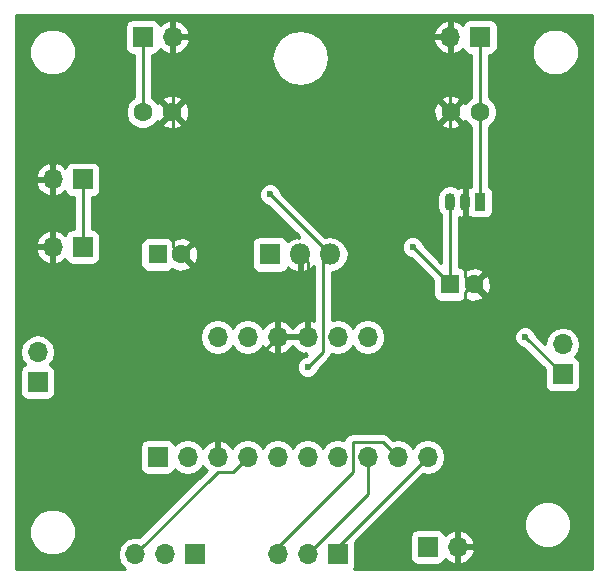
<source format=gbr>
G04 #@! TF.FileFunction,Copper,L1,Top,Signal*
%FSLAX46Y46*%
G04 Gerber Fmt 4.6, Leading zero omitted, Abs format (unit mm)*
G04 Created by KiCad (PCBNEW 4.0.7) date 03/21/18 08:00:39*
%MOMM*%
%LPD*%
G01*
G04 APERTURE LIST*
%ADD10C,0.100000*%
%ADD11O,1.700000X1.700000*%
%ADD12R,1.700000X1.700000*%
%ADD13R,1.600000X1.600000*%
%ADD14C,1.600000*%
%ADD15R,1.800000X1.800000*%
%ADD16O,1.800000X1.800000*%
%ADD17O,0.900000X1.500000*%
%ADD18R,0.900000X1.500000*%
%ADD19C,0.600000*%
%ADD20C,0.250000*%
%ADD21C,0.254000*%
G04 APERTURE END LIST*
D10*
D11*
X126365000Y-57150000D03*
X123825000Y-57150000D03*
X121285000Y-57150000D03*
X118745000Y-57150000D03*
X116205000Y-57150000D03*
X113665000Y-57150000D03*
D12*
X108585000Y-67310000D03*
D11*
X111125000Y-67310000D03*
X113665000Y-67310000D03*
X116205000Y-67310000D03*
X118745000Y-67310000D03*
X121285000Y-67310000D03*
X123825000Y-67310000D03*
X126365000Y-67310000D03*
X128905000Y-67310000D03*
X131445000Y-67310000D03*
D13*
X133350000Y-52705000D03*
D14*
X135350000Y-52705000D03*
D13*
X108585000Y-50165000D03*
D14*
X110585000Y-50165000D03*
X107315000Y-38100000D03*
X109815000Y-38100000D03*
X135890000Y-38100000D03*
X133390000Y-38100000D03*
D12*
X142875000Y-60325000D03*
D11*
X142875000Y-57785000D03*
D12*
X98425000Y-60960000D03*
D11*
X98425000Y-58420000D03*
D12*
X123825000Y-75565000D03*
D11*
X121285000Y-75565000D03*
X118745000Y-75565000D03*
D12*
X111760000Y-75565000D03*
D11*
X109220000Y-75565000D03*
X106680000Y-75565000D03*
D12*
X102235000Y-49530000D03*
D11*
X99695000Y-49530000D03*
D12*
X102235000Y-43815000D03*
D11*
X99695000Y-43815000D03*
D12*
X131445000Y-74930000D03*
D11*
X133985000Y-74930000D03*
D12*
X107315000Y-31750000D03*
D11*
X109855000Y-31750000D03*
D12*
X135890000Y-31750000D03*
D11*
X133350000Y-31750000D03*
D15*
X118110000Y-50165000D03*
D16*
X120650000Y-50165000D03*
X123190000Y-50165000D03*
D17*
X134620000Y-45720000D03*
X133350000Y-45720000D03*
D18*
X135890000Y-45720000D03*
D19*
X130175000Y-49530000D03*
X121285000Y-59690000D03*
X118110000Y-45085000D03*
X139700000Y-57150000D03*
D20*
X130175000Y-49530000D02*
X133350000Y-52705000D01*
X133350000Y-52705000D02*
X133350000Y-45720000D01*
X102235000Y-49530000D02*
X102235000Y-43815000D01*
X118745000Y-57150000D02*
X113665000Y-62230000D01*
X113665000Y-62230000D02*
X113665000Y-67310000D01*
X135350000Y-52705000D02*
X135255000Y-52705000D01*
X135255000Y-52705000D02*
X134620000Y-53340000D01*
X134620000Y-53340000D02*
X134620000Y-53975000D01*
X134620000Y-53975000D02*
X133985000Y-54610000D01*
X133985000Y-54610000D02*
X133985000Y-74930000D01*
X110585000Y-50165000D02*
X110490000Y-50165000D01*
X110490000Y-50165000D02*
X109855000Y-49530000D01*
X109855000Y-49530000D02*
X109855000Y-38100000D01*
X109855000Y-38100000D02*
X109815000Y-38100000D01*
X134620000Y-45720000D02*
X134620000Y-44450000D01*
X134620000Y-44450000D02*
X133350000Y-43180000D01*
X133350000Y-43180000D02*
X133350000Y-38100000D01*
X133350000Y-38100000D02*
X133390000Y-38100000D01*
X120650000Y-50165000D02*
X121285000Y-50800000D01*
X121285000Y-50800000D02*
X121285000Y-57150000D01*
X135350000Y-52705000D02*
X135255000Y-52705000D01*
X135255000Y-52705000D02*
X134620000Y-52070000D01*
X134620000Y-52070000D02*
X134620000Y-45720000D01*
X133390000Y-38100000D02*
X133350000Y-38100000D01*
X133350000Y-38100000D02*
X133350000Y-31750000D01*
X109815000Y-38100000D02*
X109855000Y-38100000D01*
X109855000Y-38100000D02*
X109855000Y-31750000D01*
X99695000Y-49530000D02*
X99695000Y-43815000D01*
X123190000Y-50165000D02*
X122555000Y-50800000D01*
X122555000Y-50800000D02*
X122555000Y-58420000D01*
X122555000Y-58420000D02*
X121285000Y-59690000D01*
X118110000Y-45085000D02*
X123190000Y-50165000D01*
X107315000Y-31750000D02*
X107315000Y-38100000D01*
X135890000Y-45720000D02*
X135890000Y-38100000D01*
X135890000Y-38100000D02*
X135890000Y-31750000D01*
X142875000Y-60325000D02*
X139700000Y-57150000D01*
X131445000Y-67310000D02*
X123825000Y-74930000D01*
X123825000Y-74930000D02*
X123825000Y-75565000D01*
X121285000Y-75565000D02*
X126365000Y-70485000D01*
X126365000Y-70485000D02*
X126365000Y-67310000D01*
X128905000Y-67310000D02*
X127635000Y-66040000D01*
X127635000Y-66040000D02*
X125095000Y-66040000D01*
X125095000Y-66040000D02*
X125095000Y-68580000D01*
X125095000Y-68580000D02*
X118745000Y-74930000D01*
X118745000Y-74930000D02*
X118745000Y-75565000D01*
X116205000Y-67310000D02*
X114935000Y-68580000D01*
X114935000Y-68580000D02*
X113665000Y-68580000D01*
X113665000Y-68580000D02*
X106680000Y-75565000D01*
D21*
G36*
X145340000Y-76760000D02*
X125207812Y-76760000D01*
X125271431Y-76666890D01*
X125322440Y-76415000D01*
X125322440Y-74715000D01*
X125289557Y-74540245D01*
X125749802Y-74080000D01*
X129947560Y-74080000D01*
X129947560Y-75780000D01*
X129991838Y-76015317D01*
X130130910Y-76231441D01*
X130343110Y-76376431D01*
X130595000Y-76427440D01*
X132295000Y-76427440D01*
X132530317Y-76383162D01*
X132746441Y-76244090D01*
X132891431Y-76031890D01*
X132913301Y-75923893D01*
X133218076Y-76201645D01*
X133628110Y-76371476D01*
X133858000Y-76250155D01*
X133858000Y-75057000D01*
X134112000Y-75057000D01*
X134112000Y-76250155D01*
X134341890Y-76371476D01*
X134751924Y-76201645D01*
X135180183Y-75811358D01*
X135426486Y-75286892D01*
X135305819Y-75057000D01*
X134112000Y-75057000D01*
X133858000Y-75057000D01*
X133838000Y-75057000D01*
X133838000Y-74803000D01*
X133858000Y-74803000D01*
X133858000Y-73609845D01*
X134112000Y-73609845D01*
X134112000Y-74803000D01*
X135305819Y-74803000D01*
X135426486Y-74573108D01*
X135180183Y-74048642D01*
X134751924Y-73658355D01*
X134341890Y-73488524D01*
X134112000Y-73609845D01*
X133858000Y-73609845D01*
X133628110Y-73488524D01*
X133218076Y-73658355D01*
X132915063Y-73934501D01*
X132898162Y-73844683D01*
X132759090Y-73628559D01*
X132546890Y-73483569D01*
X132295000Y-73432560D01*
X130595000Y-73432560D01*
X130359683Y-73476838D01*
X130143559Y-73615910D01*
X129998569Y-73828110D01*
X129947560Y-74080000D01*
X125749802Y-74080000D01*
X126411693Y-73418109D01*
X139619657Y-73418109D01*
X139921218Y-74147943D01*
X140479120Y-74706819D01*
X141208427Y-75009654D01*
X141998109Y-75010343D01*
X142727943Y-74708782D01*
X143286819Y-74150880D01*
X143589654Y-73421573D01*
X143590343Y-72631891D01*
X143288782Y-71902057D01*
X142730880Y-71343181D01*
X142001573Y-71040346D01*
X141211891Y-71039657D01*
X140482057Y-71341218D01*
X139923181Y-71899120D01*
X139620346Y-72628427D01*
X139619657Y-73418109D01*
X126411693Y-73418109D01*
X131078592Y-68751210D01*
X131445000Y-68824093D01*
X132013285Y-68711054D01*
X132495054Y-68389147D01*
X132816961Y-67907378D01*
X132930000Y-67339093D01*
X132930000Y-67280907D01*
X132816961Y-66712622D01*
X132495054Y-66230853D01*
X132013285Y-65908946D01*
X131445000Y-65795907D01*
X130876715Y-65908946D01*
X130394946Y-66230853D01*
X130175000Y-66560026D01*
X129955054Y-66230853D01*
X129473285Y-65908946D01*
X128905000Y-65795907D01*
X128538592Y-65868790D01*
X128172401Y-65502599D01*
X127925839Y-65337852D01*
X127635000Y-65280000D01*
X125095000Y-65280000D01*
X124804161Y-65337852D01*
X124557599Y-65502599D01*
X124392852Y-65749161D01*
X124362295Y-65902782D01*
X123825000Y-65795907D01*
X123256715Y-65908946D01*
X122774946Y-66230853D01*
X122555000Y-66560026D01*
X122335054Y-66230853D01*
X121853285Y-65908946D01*
X121285000Y-65795907D01*
X120716715Y-65908946D01*
X120234946Y-66230853D01*
X120015000Y-66560026D01*
X119795054Y-66230853D01*
X119313285Y-65908946D01*
X118745000Y-65795907D01*
X118176715Y-65908946D01*
X117694946Y-66230853D01*
X117475000Y-66560026D01*
X117255054Y-66230853D01*
X116773285Y-65908946D01*
X116205000Y-65795907D01*
X115636715Y-65908946D01*
X115154946Y-66230853D01*
X114927298Y-66571553D01*
X114860183Y-66428642D01*
X114431924Y-66038355D01*
X114021890Y-65868524D01*
X113792000Y-65989845D01*
X113792000Y-67183000D01*
X113812000Y-67183000D01*
X113812000Y-67437000D01*
X113792000Y-67437000D01*
X113792000Y-67457000D01*
X113538000Y-67457000D01*
X113538000Y-67437000D01*
X113518000Y-67437000D01*
X113518000Y-67183000D01*
X113538000Y-67183000D01*
X113538000Y-65989845D01*
X113308110Y-65868524D01*
X112898076Y-66038355D01*
X112469817Y-66428642D01*
X112402702Y-66571553D01*
X112175054Y-66230853D01*
X111693285Y-65908946D01*
X111125000Y-65795907D01*
X110556715Y-65908946D01*
X110074946Y-66230853D01*
X110047150Y-66272452D01*
X110038162Y-66224683D01*
X109899090Y-66008559D01*
X109686890Y-65863569D01*
X109435000Y-65812560D01*
X107735000Y-65812560D01*
X107499683Y-65856838D01*
X107283559Y-65995910D01*
X107138569Y-66208110D01*
X107087560Y-66460000D01*
X107087560Y-68160000D01*
X107131838Y-68395317D01*
X107270910Y-68611441D01*
X107483110Y-68756431D01*
X107735000Y-68807440D01*
X109435000Y-68807440D01*
X109670317Y-68763162D01*
X109886441Y-68624090D01*
X110031431Y-68411890D01*
X110045086Y-68344459D01*
X110074946Y-68389147D01*
X110556715Y-68711054D01*
X111125000Y-68824093D01*
X111693285Y-68711054D01*
X112175054Y-68389147D01*
X112402702Y-68048447D01*
X112469817Y-68191358D01*
X112736135Y-68434063D01*
X107046408Y-74123790D01*
X106680000Y-74050907D01*
X106111715Y-74163946D01*
X105629946Y-74485853D01*
X105308039Y-74967622D01*
X105195000Y-75535907D01*
X105195000Y-75594093D01*
X105308039Y-76162378D01*
X105629946Y-76644147D01*
X105803333Y-76760000D01*
X96595000Y-76760000D01*
X96595000Y-74053109D01*
X97709657Y-74053109D01*
X98011218Y-74782943D01*
X98569120Y-75341819D01*
X99298427Y-75644654D01*
X100088109Y-75645343D01*
X100817943Y-75343782D01*
X101376819Y-74785880D01*
X101679654Y-74056573D01*
X101680343Y-73266891D01*
X101378782Y-72537057D01*
X100820880Y-71978181D01*
X100091573Y-71675346D01*
X99301891Y-71674657D01*
X98572057Y-71976218D01*
X98013181Y-72534120D01*
X97710346Y-73263427D01*
X97709657Y-74053109D01*
X96595000Y-74053109D01*
X96595000Y-58420000D01*
X96910907Y-58420000D01*
X97023946Y-58988285D01*
X97345853Y-59470054D01*
X97387452Y-59497850D01*
X97339683Y-59506838D01*
X97123559Y-59645910D01*
X96978569Y-59858110D01*
X96927560Y-60110000D01*
X96927560Y-61810000D01*
X96971838Y-62045317D01*
X97110910Y-62261441D01*
X97323110Y-62406431D01*
X97575000Y-62457440D01*
X99275000Y-62457440D01*
X99510317Y-62413162D01*
X99726441Y-62274090D01*
X99871431Y-62061890D01*
X99922440Y-61810000D01*
X99922440Y-60110000D01*
X99878162Y-59874683D01*
X99739090Y-59658559D01*
X99526890Y-59513569D01*
X99459459Y-59499914D01*
X99504147Y-59470054D01*
X99826054Y-58988285D01*
X99939093Y-58420000D01*
X99826054Y-57851715D01*
X99504147Y-57369946D01*
X99131433Y-57120907D01*
X112180000Y-57120907D01*
X112180000Y-57179093D01*
X112293039Y-57747378D01*
X112614946Y-58229147D01*
X113096715Y-58551054D01*
X113665000Y-58664093D01*
X114233285Y-58551054D01*
X114715054Y-58229147D01*
X114935000Y-57899974D01*
X115154946Y-58229147D01*
X115636715Y-58551054D01*
X116205000Y-58664093D01*
X116773285Y-58551054D01*
X117255054Y-58229147D01*
X117482702Y-57888447D01*
X117549817Y-58031358D01*
X117978076Y-58421645D01*
X118388110Y-58591476D01*
X118618000Y-58470155D01*
X118618000Y-57277000D01*
X118598000Y-57277000D01*
X118598000Y-57023000D01*
X118618000Y-57023000D01*
X118618000Y-55829845D01*
X118872000Y-55829845D01*
X118872000Y-57023000D01*
X121158000Y-57023000D01*
X121158000Y-55829845D01*
X120928110Y-55708524D01*
X120518076Y-55878355D01*
X120089817Y-56268642D01*
X120015000Y-56427954D01*
X119940183Y-56268642D01*
X119511924Y-55878355D01*
X119101890Y-55708524D01*
X118872000Y-55829845D01*
X118618000Y-55829845D01*
X118388110Y-55708524D01*
X117978076Y-55878355D01*
X117549817Y-56268642D01*
X117482702Y-56411553D01*
X117255054Y-56070853D01*
X116773285Y-55748946D01*
X116205000Y-55635907D01*
X115636715Y-55748946D01*
X115154946Y-56070853D01*
X114935000Y-56400026D01*
X114715054Y-56070853D01*
X114233285Y-55748946D01*
X113665000Y-55635907D01*
X113096715Y-55748946D01*
X112614946Y-56070853D01*
X112293039Y-56552622D01*
X112180000Y-57120907D01*
X99131433Y-57120907D01*
X99022378Y-57048039D01*
X98454093Y-56935000D01*
X98395907Y-56935000D01*
X97827622Y-57048039D01*
X97345853Y-57369946D01*
X97023946Y-57851715D01*
X96910907Y-58420000D01*
X96595000Y-58420000D01*
X96595000Y-49886892D01*
X98253514Y-49886892D01*
X98499817Y-50411358D01*
X98928076Y-50801645D01*
X99338110Y-50971476D01*
X99568000Y-50850155D01*
X99568000Y-49657000D01*
X98374181Y-49657000D01*
X98253514Y-49886892D01*
X96595000Y-49886892D01*
X96595000Y-49173108D01*
X98253514Y-49173108D01*
X98374181Y-49403000D01*
X99568000Y-49403000D01*
X99568000Y-48209845D01*
X99338110Y-48088524D01*
X98928076Y-48258355D01*
X98499817Y-48648642D01*
X98253514Y-49173108D01*
X96595000Y-49173108D01*
X96595000Y-44171892D01*
X98253514Y-44171892D01*
X98499817Y-44696358D01*
X98928076Y-45086645D01*
X99338110Y-45256476D01*
X99568000Y-45135155D01*
X99568000Y-43942000D01*
X98374181Y-43942000D01*
X98253514Y-44171892D01*
X96595000Y-44171892D01*
X96595000Y-43458108D01*
X98253514Y-43458108D01*
X98374181Y-43688000D01*
X99568000Y-43688000D01*
X99568000Y-42494845D01*
X99822000Y-42494845D01*
X99822000Y-43688000D01*
X99842000Y-43688000D01*
X99842000Y-43942000D01*
X99822000Y-43942000D01*
X99822000Y-45135155D01*
X100051890Y-45256476D01*
X100461924Y-45086645D01*
X100764937Y-44810499D01*
X100781838Y-44900317D01*
X100920910Y-45116441D01*
X101133110Y-45261431D01*
X101385000Y-45312440D01*
X101475000Y-45312440D01*
X101475000Y-48032560D01*
X101385000Y-48032560D01*
X101149683Y-48076838D01*
X100933559Y-48215910D01*
X100788569Y-48428110D01*
X100766699Y-48536107D01*
X100461924Y-48258355D01*
X100051890Y-48088524D01*
X99822000Y-48209845D01*
X99822000Y-49403000D01*
X99842000Y-49403000D01*
X99842000Y-49657000D01*
X99822000Y-49657000D01*
X99822000Y-50850155D01*
X100051890Y-50971476D01*
X100461924Y-50801645D01*
X100764937Y-50525499D01*
X100781838Y-50615317D01*
X100920910Y-50831441D01*
X101133110Y-50976431D01*
X101385000Y-51027440D01*
X103085000Y-51027440D01*
X103320317Y-50983162D01*
X103536441Y-50844090D01*
X103681431Y-50631890D01*
X103732440Y-50380000D01*
X103732440Y-49365000D01*
X107137560Y-49365000D01*
X107137560Y-50965000D01*
X107181838Y-51200317D01*
X107320910Y-51416441D01*
X107533110Y-51561431D01*
X107785000Y-51612440D01*
X109385000Y-51612440D01*
X109620317Y-51568162D01*
X109836441Y-51429090D01*
X109840977Y-51422452D01*
X110368223Y-51611965D01*
X110938454Y-51584778D01*
X111339005Y-51418864D01*
X111413139Y-51172745D01*
X110585000Y-50344605D01*
X110570858Y-50358748D01*
X110391253Y-50179143D01*
X110405395Y-50165000D01*
X110764605Y-50165000D01*
X111592745Y-50993139D01*
X111838864Y-50919005D01*
X112031965Y-50381777D01*
X112004778Y-49811546D01*
X111838864Y-49410995D01*
X111592745Y-49336861D01*
X110764605Y-50165000D01*
X110405395Y-50165000D01*
X110391253Y-50150858D01*
X110570858Y-49971252D01*
X110585000Y-49985395D01*
X111305394Y-49265000D01*
X116562560Y-49265000D01*
X116562560Y-51065000D01*
X116606838Y-51300317D01*
X116745910Y-51516441D01*
X116958110Y-51661431D01*
X117210000Y-51712440D01*
X119010000Y-51712440D01*
X119245317Y-51668162D01*
X119461441Y-51529090D01*
X119606431Y-51316890D01*
X119616766Y-51265854D01*
X119742424Y-51402966D01*
X120285258Y-51656046D01*
X120523000Y-51535997D01*
X120523000Y-50292000D01*
X120503000Y-50292000D01*
X120503000Y-50038000D01*
X120523000Y-50038000D01*
X120523000Y-50018000D01*
X120777000Y-50018000D01*
X120777000Y-50038000D01*
X120797000Y-50038000D01*
X120797000Y-50292000D01*
X120777000Y-50292000D01*
X120777000Y-51535997D01*
X121014742Y-51656046D01*
X121557576Y-51402966D01*
X121795000Y-51143901D01*
X121795000Y-55771940D01*
X121641890Y-55708524D01*
X121412000Y-55829845D01*
X121412000Y-57023000D01*
X121432000Y-57023000D01*
X121432000Y-57277000D01*
X121412000Y-57277000D01*
X121412000Y-57297000D01*
X121158000Y-57297000D01*
X121158000Y-57277000D01*
X118872000Y-57277000D01*
X118872000Y-58470155D01*
X119101890Y-58591476D01*
X119511924Y-58421645D01*
X119940183Y-58031358D01*
X120015000Y-57872046D01*
X120089817Y-58031358D01*
X120518076Y-58421645D01*
X120928110Y-58591476D01*
X121157998Y-58470156D01*
X121157998Y-58635000D01*
X121265198Y-58635000D01*
X121145320Y-58754878D01*
X121099833Y-58754838D01*
X120756057Y-58896883D01*
X120492808Y-59159673D01*
X120350162Y-59503201D01*
X120349838Y-59875167D01*
X120491883Y-60218943D01*
X120754673Y-60482192D01*
X121098201Y-60624838D01*
X121470167Y-60625162D01*
X121813943Y-60483117D01*
X122077192Y-60220327D01*
X122219838Y-59876799D01*
X122219879Y-59829923D01*
X123092401Y-58957401D01*
X123257148Y-58710840D01*
X123287705Y-58557218D01*
X123825000Y-58664093D01*
X124393285Y-58551054D01*
X124875054Y-58229147D01*
X125095000Y-57899974D01*
X125314946Y-58229147D01*
X125796715Y-58551054D01*
X126365000Y-58664093D01*
X126933285Y-58551054D01*
X127415054Y-58229147D01*
X127736961Y-57747378D01*
X127818954Y-57335167D01*
X138764838Y-57335167D01*
X138906883Y-57678943D01*
X139169673Y-57942192D01*
X139513201Y-58084838D01*
X139560077Y-58084879D01*
X141377560Y-59902362D01*
X141377560Y-61175000D01*
X141421838Y-61410317D01*
X141560910Y-61626441D01*
X141773110Y-61771431D01*
X142025000Y-61822440D01*
X143725000Y-61822440D01*
X143960317Y-61778162D01*
X144176441Y-61639090D01*
X144321431Y-61426890D01*
X144372440Y-61175000D01*
X144372440Y-59475000D01*
X144328162Y-59239683D01*
X144189090Y-59023559D01*
X143976890Y-58878569D01*
X143909459Y-58864914D01*
X143954147Y-58835054D01*
X144276054Y-58353285D01*
X144389093Y-57785000D01*
X144276054Y-57216715D01*
X143954147Y-56734946D01*
X143472378Y-56413039D01*
X142904093Y-56300000D01*
X142845907Y-56300000D01*
X142277622Y-56413039D01*
X141795853Y-56734946D01*
X141473946Y-57216715D01*
X141369019Y-57744217D01*
X140635122Y-57010320D01*
X140635162Y-56964833D01*
X140493117Y-56621057D01*
X140230327Y-56357808D01*
X139886799Y-56215162D01*
X139514833Y-56214838D01*
X139171057Y-56356883D01*
X138907808Y-56619673D01*
X138765162Y-56963201D01*
X138764838Y-57335167D01*
X127818954Y-57335167D01*
X127850000Y-57179093D01*
X127850000Y-57120907D01*
X127736961Y-56552622D01*
X127415054Y-56070853D01*
X126933285Y-55748946D01*
X126365000Y-55635907D01*
X125796715Y-55748946D01*
X125314946Y-56070853D01*
X125095000Y-56400026D01*
X124875054Y-56070853D01*
X124393285Y-55748946D01*
X123825000Y-55635907D01*
X123315000Y-55737352D01*
X123315000Y-51681118D01*
X123807491Y-51583155D01*
X124305481Y-51250409D01*
X124638227Y-50752419D01*
X124755072Y-50165000D01*
X124665595Y-49715167D01*
X129239838Y-49715167D01*
X129381883Y-50058943D01*
X129644673Y-50322192D01*
X129988201Y-50464838D01*
X130035077Y-50464879D01*
X131902560Y-52332362D01*
X131902560Y-53505000D01*
X131946838Y-53740317D01*
X132085910Y-53956441D01*
X132298110Y-54101431D01*
X132550000Y-54152440D01*
X134150000Y-54152440D01*
X134385317Y-54108162D01*
X134601441Y-53969090D01*
X134605977Y-53962452D01*
X135133223Y-54151965D01*
X135703454Y-54124778D01*
X136104005Y-53958864D01*
X136178139Y-53712745D01*
X135350000Y-52884605D01*
X135335858Y-52898748D01*
X135156253Y-52719143D01*
X135170395Y-52705000D01*
X135529605Y-52705000D01*
X136357745Y-53533139D01*
X136603864Y-53459005D01*
X136796965Y-52921777D01*
X136769778Y-52351546D01*
X136603864Y-51950995D01*
X136357745Y-51876861D01*
X135529605Y-52705000D01*
X135170395Y-52705000D01*
X135156253Y-52690858D01*
X135335858Y-52511252D01*
X135350000Y-52525395D01*
X136178139Y-51697255D01*
X136104005Y-51451136D01*
X135566777Y-51258035D01*
X134996546Y-51285222D01*
X134605053Y-51447384D01*
X134401890Y-51308569D01*
X134150000Y-51257560D01*
X134110000Y-51257560D01*
X134110000Y-46958836D01*
X134325999Y-47064408D01*
X134493000Y-46937502D01*
X134493000Y-45847000D01*
X134473000Y-45847000D01*
X134473000Y-45593000D01*
X134493000Y-45593000D01*
X134493000Y-44502498D01*
X134325999Y-44375592D01*
X133989274Y-44540170D01*
X133765212Y-44390457D01*
X133350000Y-44307866D01*
X132934788Y-44390457D01*
X132582789Y-44625655D01*
X132347591Y-44977654D01*
X132265000Y-45392866D01*
X132265000Y-46047134D01*
X132347591Y-46462346D01*
X132582789Y-46814345D01*
X132590000Y-46819163D01*
X132590000Y-50870198D01*
X131110122Y-49390320D01*
X131110162Y-49344833D01*
X130968117Y-49001057D01*
X130705327Y-48737808D01*
X130361799Y-48595162D01*
X129989833Y-48594838D01*
X129646057Y-48736883D01*
X129382808Y-48999673D01*
X129240162Y-49343201D01*
X129239838Y-49715167D01*
X124665595Y-49715167D01*
X124638227Y-49577581D01*
X124305481Y-49079591D01*
X123807491Y-48746845D01*
X123220072Y-48630000D01*
X123159928Y-48630000D01*
X122801165Y-48701363D01*
X119045122Y-44945320D01*
X119045162Y-44899833D01*
X118903117Y-44556057D01*
X118640327Y-44292808D01*
X118296799Y-44150162D01*
X117924833Y-44149838D01*
X117581057Y-44291883D01*
X117317808Y-44554673D01*
X117175162Y-44898201D01*
X117174838Y-45270167D01*
X117316883Y-45613943D01*
X117579673Y-45877192D01*
X117923201Y-46019838D01*
X117970077Y-46019879D01*
X120580198Y-48630000D01*
X120522998Y-48630000D01*
X120522998Y-48794002D01*
X120285258Y-48673954D01*
X119742424Y-48927034D01*
X119619156Y-49061538D01*
X119613162Y-49029683D01*
X119474090Y-48813559D01*
X119261890Y-48668569D01*
X119010000Y-48617560D01*
X117210000Y-48617560D01*
X116974683Y-48661838D01*
X116758559Y-48800910D01*
X116613569Y-49013110D01*
X116562560Y-49265000D01*
X111305394Y-49265000D01*
X111413139Y-49157255D01*
X111339005Y-48911136D01*
X110801777Y-48718035D01*
X110231546Y-48745222D01*
X109840053Y-48907384D01*
X109636890Y-48768569D01*
X109385000Y-48717560D01*
X107785000Y-48717560D01*
X107549683Y-48761838D01*
X107333559Y-48900910D01*
X107188569Y-49113110D01*
X107137560Y-49365000D01*
X103732440Y-49365000D01*
X103732440Y-48680000D01*
X103688162Y-48444683D01*
X103549090Y-48228559D01*
X103336890Y-48083569D01*
X103085000Y-48032560D01*
X102995000Y-48032560D01*
X102995000Y-45312440D01*
X103085000Y-45312440D01*
X103320317Y-45268162D01*
X103536441Y-45129090D01*
X103681431Y-44916890D01*
X103732440Y-44665000D01*
X103732440Y-42965000D01*
X103688162Y-42729683D01*
X103549090Y-42513559D01*
X103336890Y-42368569D01*
X103085000Y-42317560D01*
X101385000Y-42317560D01*
X101149683Y-42361838D01*
X100933559Y-42500910D01*
X100788569Y-42713110D01*
X100766699Y-42821107D01*
X100461924Y-42543355D01*
X100051890Y-42373524D01*
X99822000Y-42494845D01*
X99568000Y-42494845D01*
X99338110Y-42373524D01*
X98928076Y-42543355D01*
X98499817Y-42933642D01*
X98253514Y-43458108D01*
X96595000Y-43458108D01*
X96595000Y-33413109D01*
X97709657Y-33413109D01*
X98011218Y-34142943D01*
X98569120Y-34701819D01*
X99298427Y-35004654D01*
X100088109Y-35005343D01*
X100817943Y-34703782D01*
X101376819Y-34145880D01*
X101679654Y-33416573D01*
X101680343Y-32626891D01*
X101378782Y-31897057D01*
X100820880Y-31338181D01*
X100091573Y-31035346D01*
X99301891Y-31034657D01*
X98572057Y-31336218D01*
X98013181Y-31894120D01*
X97710346Y-32623427D01*
X97709657Y-33413109D01*
X96595000Y-33413109D01*
X96595000Y-30900000D01*
X105817560Y-30900000D01*
X105817560Y-32600000D01*
X105861838Y-32835317D01*
X106000910Y-33051441D01*
X106213110Y-33196431D01*
X106465000Y-33247440D01*
X106555000Y-33247440D01*
X106555000Y-36861354D01*
X106503200Y-36882757D01*
X106099176Y-37286077D01*
X105880250Y-37813309D01*
X105879752Y-38384187D01*
X106097757Y-38911800D01*
X106501077Y-39315824D01*
X107028309Y-39534750D01*
X107599187Y-39535248D01*
X108126800Y-39317243D01*
X108336663Y-39107745D01*
X108986861Y-39107745D01*
X109060995Y-39353864D01*
X109598223Y-39546965D01*
X110168454Y-39519778D01*
X110569005Y-39353864D01*
X110643139Y-39107745D01*
X132561861Y-39107745D01*
X132635995Y-39353864D01*
X133173223Y-39546965D01*
X133743454Y-39519778D01*
X134144005Y-39353864D01*
X134218139Y-39107745D01*
X133390000Y-38279605D01*
X132561861Y-39107745D01*
X110643139Y-39107745D01*
X109815000Y-38279605D01*
X108986861Y-39107745D01*
X108336663Y-39107745D01*
X108530824Y-38913923D01*
X108558423Y-38847456D01*
X108561136Y-38854005D01*
X108807255Y-38928139D01*
X109635395Y-38100000D01*
X109994605Y-38100000D01*
X110822745Y-38928139D01*
X111068864Y-38854005D01*
X111261965Y-38316777D01*
X111241295Y-37883223D01*
X131943035Y-37883223D01*
X131970222Y-38453454D01*
X132136136Y-38854005D01*
X132382255Y-38928139D01*
X133210395Y-38100000D01*
X132382255Y-37271861D01*
X132136136Y-37345995D01*
X131943035Y-37883223D01*
X111241295Y-37883223D01*
X111234778Y-37746546D01*
X111068864Y-37345995D01*
X110822745Y-37271861D01*
X109994605Y-38100000D01*
X109635395Y-38100000D01*
X108807255Y-37271861D01*
X108561136Y-37345995D01*
X108558804Y-37352483D01*
X108532243Y-37288200D01*
X108336640Y-37092255D01*
X108986861Y-37092255D01*
X109815000Y-37920395D01*
X110643139Y-37092255D01*
X132561861Y-37092255D01*
X133390000Y-37920395D01*
X134218139Y-37092255D01*
X134144005Y-36846136D01*
X133606777Y-36653035D01*
X133036546Y-36680222D01*
X132635995Y-36846136D01*
X132561861Y-37092255D01*
X110643139Y-37092255D01*
X110569005Y-36846136D01*
X110031777Y-36653035D01*
X109461546Y-36680222D01*
X109060995Y-36846136D01*
X108986861Y-37092255D01*
X108336640Y-37092255D01*
X108128923Y-36884176D01*
X108075000Y-36861785D01*
X108075000Y-33505000D01*
X118218275Y-33505000D01*
X118399822Y-34417700D01*
X118916825Y-35191450D01*
X119690575Y-35708453D01*
X120603275Y-35890000D01*
X120696725Y-35890000D01*
X121609425Y-35708453D01*
X122383175Y-35191450D01*
X122900178Y-34417700D01*
X123081725Y-33505000D01*
X122900178Y-32592300D01*
X122575839Y-32106892D01*
X131908514Y-32106892D01*
X132154817Y-32631358D01*
X132583076Y-33021645D01*
X132993110Y-33191476D01*
X133223000Y-33070155D01*
X133223000Y-31877000D01*
X132029181Y-31877000D01*
X131908514Y-32106892D01*
X122575839Y-32106892D01*
X122383175Y-31818550D01*
X121746456Y-31393108D01*
X131908514Y-31393108D01*
X132029181Y-31623000D01*
X133223000Y-31623000D01*
X133223000Y-30429845D01*
X133477000Y-30429845D01*
X133477000Y-31623000D01*
X133497000Y-31623000D01*
X133497000Y-31877000D01*
X133477000Y-31877000D01*
X133477000Y-33070155D01*
X133706890Y-33191476D01*
X134116924Y-33021645D01*
X134419937Y-32745499D01*
X134436838Y-32835317D01*
X134575910Y-33051441D01*
X134788110Y-33196431D01*
X135040000Y-33247440D01*
X135130000Y-33247440D01*
X135130000Y-36861354D01*
X135078200Y-36882757D01*
X134674176Y-37286077D01*
X134646577Y-37352544D01*
X134643864Y-37345995D01*
X134397745Y-37271861D01*
X133569605Y-38100000D01*
X134397745Y-38928139D01*
X134643864Y-38854005D01*
X134646196Y-38847517D01*
X134672757Y-38911800D01*
X135076077Y-39315824D01*
X135130000Y-39338215D01*
X135130000Y-44414895D01*
X135071471Y-44452558D01*
X134914001Y-44375592D01*
X134747000Y-44502498D01*
X134747000Y-45593000D01*
X134767000Y-45593000D01*
X134767000Y-45847000D01*
X134747000Y-45847000D01*
X134747000Y-46937502D01*
X134914001Y-47064408D01*
X135072075Y-46987147D01*
X135188110Y-47066431D01*
X135440000Y-47117440D01*
X136340000Y-47117440D01*
X136575317Y-47073162D01*
X136791441Y-46934090D01*
X136936431Y-46721890D01*
X136987440Y-46470000D01*
X136987440Y-44970000D01*
X136943162Y-44734683D01*
X136804090Y-44518559D01*
X136650000Y-44413274D01*
X136650000Y-39338646D01*
X136701800Y-39317243D01*
X137105824Y-38913923D01*
X137324750Y-38386691D01*
X137325248Y-37815813D01*
X137107243Y-37288200D01*
X136703923Y-36884176D01*
X136650000Y-36861785D01*
X136650000Y-33413109D01*
X140254657Y-33413109D01*
X140556218Y-34142943D01*
X141114120Y-34701819D01*
X141843427Y-35004654D01*
X142633109Y-35005343D01*
X143362943Y-34703782D01*
X143921819Y-34145880D01*
X144224654Y-33416573D01*
X144225343Y-32626891D01*
X143923782Y-31897057D01*
X143365880Y-31338181D01*
X142636573Y-31035346D01*
X141846891Y-31034657D01*
X141117057Y-31336218D01*
X140558181Y-31894120D01*
X140255346Y-32623427D01*
X140254657Y-33413109D01*
X136650000Y-33413109D01*
X136650000Y-33247440D01*
X136740000Y-33247440D01*
X136975317Y-33203162D01*
X137191441Y-33064090D01*
X137336431Y-32851890D01*
X137387440Y-32600000D01*
X137387440Y-30900000D01*
X137343162Y-30664683D01*
X137204090Y-30448559D01*
X136991890Y-30303569D01*
X136740000Y-30252560D01*
X135040000Y-30252560D01*
X134804683Y-30296838D01*
X134588559Y-30435910D01*
X134443569Y-30648110D01*
X134421699Y-30756107D01*
X134116924Y-30478355D01*
X133706890Y-30308524D01*
X133477000Y-30429845D01*
X133223000Y-30429845D01*
X132993110Y-30308524D01*
X132583076Y-30478355D01*
X132154817Y-30868642D01*
X131908514Y-31393108D01*
X121746456Y-31393108D01*
X121609425Y-31301547D01*
X120696725Y-31120000D01*
X120603275Y-31120000D01*
X119690575Y-31301547D01*
X118916825Y-31818550D01*
X118399822Y-32592300D01*
X118218275Y-33505000D01*
X108075000Y-33505000D01*
X108075000Y-33247440D01*
X108165000Y-33247440D01*
X108400317Y-33203162D01*
X108616441Y-33064090D01*
X108761431Y-32851890D01*
X108783301Y-32743893D01*
X109088076Y-33021645D01*
X109498110Y-33191476D01*
X109728000Y-33070155D01*
X109728000Y-31877000D01*
X109982000Y-31877000D01*
X109982000Y-33070155D01*
X110211890Y-33191476D01*
X110621924Y-33021645D01*
X111050183Y-32631358D01*
X111296486Y-32106892D01*
X111175819Y-31877000D01*
X109982000Y-31877000D01*
X109728000Y-31877000D01*
X109708000Y-31877000D01*
X109708000Y-31623000D01*
X109728000Y-31623000D01*
X109728000Y-30429845D01*
X109982000Y-30429845D01*
X109982000Y-31623000D01*
X111175819Y-31623000D01*
X111296486Y-31393108D01*
X111050183Y-30868642D01*
X110621924Y-30478355D01*
X110211890Y-30308524D01*
X109982000Y-30429845D01*
X109728000Y-30429845D01*
X109498110Y-30308524D01*
X109088076Y-30478355D01*
X108785063Y-30754501D01*
X108768162Y-30664683D01*
X108629090Y-30448559D01*
X108416890Y-30303569D01*
X108165000Y-30252560D01*
X106465000Y-30252560D01*
X106229683Y-30296838D01*
X106013559Y-30435910D01*
X105868569Y-30648110D01*
X105817560Y-30900000D01*
X96595000Y-30900000D01*
X96595000Y-29920000D01*
X145340000Y-29920000D01*
X145340000Y-76760000D01*
X145340000Y-76760000D01*
G37*
X145340000Y-76760000D02*
X125207812Y-76760000D01*
X125271431Y-76666890D01*
X125322440Y-76415000D01*
X125322440Y-74715000D01*
X125289557Y-74540245D01*
X125749802Y-74080000D01*
X129947560Y-74080000D01*
X129947560Y-75780000D01*
X129991838Y-76015317D01*
X130130910Y-76231441D01*
X130343110Y-76376431D01*
X130595000Y-76427440D01*
X132295000Y-76427440D01*
X132530317Y-76383162D01*
X132746441Y-76244090D01*
X132891431Y-76031890D01*
X132913301Y-75923893D01*
X133218076Y-76201645D01*
X133628110Y-76371476D01*
X133858000Y-76250155D01*
X133858000Y-75057000D01*
X134112000Y-75057000D01*
X134112000Y-76250155D01*
X134341890Y-76371476D01*
X134751924Y-76201645D01*
X135180183Y-75811358D01*
X135426486Y-75286892D01*
X135305819Y-75057000D01*
X134112000Y-75057000D01*
X133858000Y-75057000D01*
X133838000Y-75057000D01*
X133838000Y-74803000D01*
X133858000Y-74803000D01*
X133858000Y-73609845D01*
X134112000Y-73609845D01*
X134112000Y-74803000D01*
X135305819Y-74803000D01*
X135426486Y-74573108D01*
X135180183Y-74048642D01*
X134751924Y-73658355D01*
X134341890Y-73488524D01*
X134112000Y-73609845D01*
X133858000Y-73609845D01*
X133628110Y-73488524D01*
X133218076Y-73658355D01*
X132915063Y-73934501D01*
X132898162Y-73844683D01*
X132759090Y-73628559D01*
X132546890Y-73483569D01*
X132295000Y-73432560D01*
X130595000Y-73432560D01*
X130359683Y-73476838D01*
X130143559Y-73615910D01*
X129998569Y-73828110D01*
X129947560Y-74080000D01*
X125749802Y-74080000D01*
X126411693Y-73418109D01*
X139619657Y-73418109D01*
X139921218Y-74147943D01*
X140479120Y-74706819D01*
X141208427Y-75009654D01*
X141998109Y-75010343D01*
X142727943Y-74708782D01*
X143286819Y-74150880D01*
X143589654Y-73421573D01*
X143590343Y-72631891D01*
X143288782Y-71902057D01*
X142730880Y-71343181D01*
X142001573Y-71040346D01*
X141211891Y-71039657D01*
X140482057Y-71341218D01*
X139923181Y-71899120D01*
X139620346Y-72628427D01*
X139619657Y-73418109D01*
X126411693Y-73418109D01*
X131078592Y-68751210D01*
X131445000Y-68824093D01*
X132013285Y-68711054D01*
X132495054Y-68389147D01*
X132816961Y-67907378D01*
X132930000Y-67339093D01*
X132930000Y-67280907D01*
X132816961Y-66712622D01*
X132495054Y-66230853D01*
X132013285Y-65908946D01*
X131445000Y-65795907D01*
X130876715Y-65908946D01*
X130394946Y-66230853D01*
X130175000Y-66560026D01*
X129955054Y-66230853D01*
X129473285Y-65908946D01*
X128905000Y-65795907D01*
X128538592Y-65868790D01*
X128172401Y-65502599D01*
X127925839Y-65337852D01*
X127635000Y-65280000D01*
X125095000Y-65280000D01*
X124804161Y-65337852D01*
X124557599Y-65502599D01*
X124392852Y-65749161D01*
X124362295Y-65902782D01*
X123825000Y-65795907D01*
X123256715Y-65908946D01*
X122774946Y-66230853D01*
X122555000Y-66560026D01*
X122335054Y-66230853D01*
X121853285Y-65908946D01*
X121285000Y-65795907D01*
X120716715Y-65908946D01*
X120234946Y-66230853D01*
X120015000Y-66560026D01*
X119795054Y-66230853D01*
X119313285Y-65908946D01*
X118745000Y-65795907D01*
X118176715Y-65908946D01*
X117694946Y-66230853D01*
X117475000Y-66560026D01*
X117255054Y-66230853D01*
X116773285Y-65908946D01*
X116205000Y-65795907D01*
X115636715Y-65908946D01*
X115154946Y-66230853D01*
X114927298Y-66571553D01*
X114860183Y-66428642D01*
X114431924Y-66038355D01*
X114021890Y-65868524D01*
X113792000Y-65989845D01*
X113792000Y-67183000D01*
X113812000Y-67183000D01*
X113812000Y-67437000D01*
X113792000Y-67437000D01*
X113792000Y-67457000D01*
X113538000Y-67457000D01*
X113538000Y-67437000D01*
X113518000Y-67437000D01*
X113518000Y-67183000D01*
X113538000Y-67183000D01*
X113538000Y-65989845D01*
X113308110Y-65868524D01*
X112898076Y-66038355D01*
X112469817Y-66428642D01*
X112402702Y-66571553D01*
X112175054Y-66230853D01*
X111693285Y-65908946D01*
X111125000Y-65795907D01*
X110556715Y-65908946D01*
X110074946Y-66230853D01*
X110047150Y-66272452D01*
X110038162Y-66224683D01*
X109899090Y-66008559D01*
X109686890Y-65863569D01*
X109435000Y-65812560D01*
X107735000Y-65812560D01*
X107499683Y-65856838D01*
X107283559Y-65995910D01*
X107138569Y-66208110D01*
X107087560Y-66460000D01*
X107087560Y-68160000D01*
X107131838Y-68395317D01*
X107270910Y-68611441D01*
X107483110Y-68756431D01*
X107735000Y-68807440D01*
X109435000Y-68807440D01*
X109670317Y-68763162D01*
X109886441Y-68624090D01*
X110031431Y-68411890D01*
X110045086Y-68344459D01*
X110074946Y-68389147D01*
X110556715Y-68711054D01*
X111125000Y-68824093D01*
X111693285Y-68711054D01*
X112175054Y-68389147D01*
X112402702Y-68048447D01*
X112469817Y-68191358D01*
X112736135Y-68434063D01*
X107046408Y-74123790D01*
X106680000Y-74050907D01*
X106111715Y-74163946D01*
X105629946Y-74485853D01*
X105308039Y-74967622D01*
X105195000Y-75535907D01*
X105195000Y-75594093D01*
X105308039Y-76162378D01*
X105629946Y-76644147D01*
X105803333Y-76760000D01*
X96595000Y-76760000D01*
X96595000Y-74053109D01*
X97709657Y-74053109D01*
X98011218Y-74782943D01*
X98569120Y-75341819D01*
X99298427Y-75644654D01*
X100088109Y-75645343D01*
X100817943Y-75343782D01*
X101376819Y-74785880D01*
X101679654Y-74056573D01*
X101680343Y-73266891D01*
X101378782Y-72537057D01*
X100820880Y-71978181D01*
X100091573Y-71675346D01*
X99301891Y-71674657D01*
X98572057Y-71976218D01*
X98013181Y-72534120D01*
X97710346Y-73263427D01*
X97709657Y-74053109D01*
X96595000Y-74053109D01*
X96595000Y-58420000D01*
X96910907Y-58420000D01*
X97023946Y-58988285D01*
X97345853Y-59470054D01*
X97387452Y-59497850D01*
X97339683Y-59506838D01*
X97123559Y-59645910D01*
X96978569Y-59858110D01*
X96927560Y-60110000D01*
X96927560Y-61810000D01*
X96971838Y-62045317D01*
X97110910Y-62261441D01*
X97323110Y-62406431D01*
X97575000Y-62457440D01*
X99275000Y-62457440D01*
X99510317Y-62413162D01*
X99726441Y-62274090D01*
X99871431Y-62061890D01*
X99922440Y-61810000D01*
X99922440Y-60110000D01*
X99878162Y-59874683D01*
X99739090Y-59658559D01*
X99526890Y-59513569D01*
X99459459Y-59499914D01*
X99504147Y-59470054D01*
X99826054Y-58988285D01*
X99939093Y-58420000D01*
X99826054Y-57851715D01*
X99504147Y-57369946D01*
X99131433Y-57120907D01*
X112180000Y-57120907D01*
X112180000Y-57179093D01*
X112293039Y-57747378D01*
X112614946Y-58229147D01*
X113096715Y-58551054D01*
X113665000Y-58664093D01*
X114233285Y-58551054D01*
X114715054Y-58229147D01*
X114935000Y-57899974D01*
X115154946Y-58229147D01*
X115636715Y-58551054D01*
X116205000Y-58664093D01*
X116773285Y-58551054D01*
X117255054Y-58229147D01*
X117482702Y-57888447D01*
X117549817Y-58031358D01*
X117978076Y-58421645D01*
X118388110Y-58591476D01*
X118618000Y-58470155D01*
X118618000Y-57277000D01*
X118598000Y-57277000D01*
X118598000Y-57023000D01*
X118618000Y-57023000D01*
X118618000Y-55829845D01*
X118872000Y-55829845D01*
X118872000Y-57023000D01*
X121158000Y-57023000D01*
X121158000Y-55829845D01*
X120928110Y-55708524D01*
X120518076Y-55878355D01*
X120089817Y-56268642D01*
X120015000Y-56427954D01*
X119940183Y-56268642D01*
X119511924Y-55878355D01*
X119101890Y-55708524D01*
X118872000Y-55829845D01*
X118618000Y-55829845D01*
X118388110Y-55708524D01*
X117978076Y-55878355D01*
X117549817Y-56268642D01*
X117482702Y-56411553D01*
X117255054Y-56070853D01*
X116773285Y-55748946D01*
X116205000Y-55635907D01*
X115636715Y-55748946D01*
X115154946Y-56070853D01*
X114935000Y-56400026D01*
X114715054Y-56070853D01*
X114233285Y-55748946D01*
X113665000Y-55635907D01*
X113096715Y-55748946D01*
X112614946Y-56070853D01*
X112293039Y-56552622D01*
X112180000Y-57120907D01*
X99131433Y-57120907D01*
X99022378Y-57048039D01*
X98454093Y-56935000D01*
X98395907Y-56935000D01*
X97827622Y-57048039D01*
X97345853Y-57369946D01*
X97023946Y-57851715D01*
X96910907Y-58420000D01*
X96595000Y-58420000D01*
X96595000Y-49886892D01*
X98253514Y-49886892D01*
X98499817Y-50411358D01*
X98928076Y-50801645D01*
X99338110Y-50971476D01*
X99568000Y-50850155D01*
X99568000Y-49657000D01*
X98374181Y-49657000D01*
X98253514Y-49886892D01*
X96595000Y-49886892D01*
X96595000Y-49173108D01*
X98253514Y-49173108D01*
X98374181Y-49403000D01*
X99568000Y-49403000D01*
X99568000Y-48209845D01*
X99338110Y-48088524D01*
X98928076Y-48258355D01*
X98499817Y-48648642D01*
X98253514Y-49173108D01*
X96595000Y-49173108D01*
X96595000Y-44171892D01*
X98253514Y-44171892D01*
X98499817Y-44696358D01*
X98928076Y-45086645D01*
X99338110Y-45256476D01*
X99568000Y-45135155D01*
X99568000Y-43942000D01*
X98374181Y-43942000D01*
X98253514Y-44171892D01*
X96595000Y-44171892D01*
X96595000Y-43458108D01*
X98253514Y-43458108D01*
X98374181Y-43688000D01*
X99568000Y-43688000D01*
X99568000Y-42494845D01*
X99822000Y-42494845D01*
X99822000Y-43688000D01*
X99842000Y-43688000D01*
X99842000Y-43942000D01*
X99822000Y-43942000D01*
X99822000Y-45135155D01*
X100051890Y-45256476D01*
X100461924Y-45086645D01*
X100764937Y-44810499D01*
X100781838Y-44900317D01*
X100920910Y-45116441D01*
X101133110Y-45261431D01*
X101385000Y-45312440D01*
X101475000Y-45312440D01*
X101475000Y-48032560D01*
X101385000Y-48032560D01*
X101149683Y-48076838D01*
X100933559Y-48215910D01*
X100788569Y-48428110D01*
X100766699Y-48536107D01*
X100461924Y-48258355D01*
X100051890Y-48088524D01*
X99822000Y-48209845D01*
X99822000Y-49403000D01*
X99842000Y-49403000D01*
X99842000Y-49657000D01*
X99822000Y-49657000D01*
X99822000Y-50850155D01*
X100051890Y-50971476D01*
X100461924Y-50801645D01*
X100764937Y-50525499D01*
X100781838Y-50615317D01*
X100920910Y-50831441D01*
X101133110Y-50976431D01*
X101385000Y-51027440D01*
X103085000Y-51027440D01*
X103320317Y-50983162D01*
X103536441Y-50844090D01*
X103681431Y-50631890D01*
X103732440Y-50380000D01*
X103732440Y-49365000D01*
X107137560Y-49365000D01*
X107137560Y-50965000D01*
X107181838Y-51200317D01*
X107320910Y-51416441D01*
X107533110Y-51561431D01*
X107785000Y-51612440D01*
X109385000Y-51612440D01*
X109620317Y-51568162D01*
X109836441Y-51429090D01*
X109840977Y-51422452D01*
X110368223Y-51611965D01*
X110938454Y-51584778D01*
X111339005Y-51418864D01*
X111413139Y-51172745D01*
X110585000Y-50344605D01*
X110570858Y-50358748D01*
X110391253Y-50179143D01*
X110405395Y-50165000D01*
X110764605Y-50165000D01*
X111592745Y-50993139D01*
X111838864Y-50919005D01*
X112031965Y-50381777D01*
X112004778Y-49811546D01*
X111838864Y-49410995D01*
X111592745Y-49336861D01*
X110764605Y-50165000D01*
X110405395Y-50165000D01*
X110391253Y-50150858D01*
X110570858Y-49971252D01*
X110585000Y-49985395D01*
X111305394Y-49265000D01*
X116562560Y-49265000D01*
X116562560Y-51065000D01*
X116606838Y-51300317D01*
X116745910Y-51516441D01*
X116958110Y-51661431D01*
X117210000Y-51712440D01*
X119010000Y-51712440D01*
X119245317Y-51668162D01*
X119461441Y-51529090D01*
X119606431Y-51316890D01*
X119616766Y-51265854D01*
X119742424Y-51402966D01*
X120285258Y-51656046D01*
X120523000Y-51535997D01*
X120523000Y-50292000D01*
X120503000Y-50292000D01*
X120503000Y-50038000D01*
X120523000Y-50038000D01*
X120523000Y-50018000D01*
X120777000Y-50018000D01*
X120777000Y-50038000D01*
X120797000Y-50038000D01*
X120797000Y-50292000D01*
X120777000Y-50292000D01*
X120777000Y-51535997D01*
X121014742Y-51656046D01*
X121557576Y-51402966D01*
X121795000Y-51143901D01*
X121795000Y-55771940D01*
X121641890Y-55708524D01*
X121412000Y-55829845D01*
X121412000Y-57023000D01*
X121432000Y-57023000D01*
X121432000Y-57277000D01*
X121412000Y-57277000D01*
X121412000Y-57297000D01*
X121158000Y-57297000D01*
X121158000Y-57277000D01*
X118872000Y-57277000D01*
X118872000Y-58470155D01*
X119101890Y-58591476D01*
X119511924Y-58421645D01*
X119940183Y-58031358D01*
X120015000Y-57872046D01*
X120089817Y-58031358D01*
X120518076Y-58421645D01*
X120928110Y-58591476D01*
X121157998Y-58470156D01*
X121157998Y-58635000D01*
X121265198Y-58635000D01*
X121145320Y-58754878D01*
X121099833Y-58754838D01*
X120756057Y-58896883D01*
X120492808Y-59159673D01*
X120350162Y-59503201D01*
X120349838Y-59875167D01*
X120491883Y-60218943D01*
X120754673Y-60482192D01*
X121098201Y-60624838D01*
X121470167Y-60625162D01*
X121813943Y-60483117D01*
X122077192Y-60220327D01*
X122219838Y-59876799D01*
X122219879Y-59829923D01*
X123092401Y-58957401D01*
X123257148Y-58710840D01*
X123287705Y-58557218D01*
X123825000Y-58664093D01*
X124393285Y-58551054D01*
X124875054Y-58229147D01*
X125095000Y-57899974D01*
X125314946Y-58229147D01*
X125796715Y-58551054D01*
X126365000Y-58664093D01*
X126933285Y-58551054D01*
X127415054Y-58229147D01*
X127736961Y-57747378D01*
X127818954Y-57335167D01*
X138764838Y-57335167D01*
X138906883Y-57678943D01*
X139169673Y-57942192D01*
X139513201Y-58084838D01*
X139560077Y-58084879D01*
X141377560Y-59902362D01*
X141377560Y-61175000D01*
X141421838Y-61410317D01*
X141560910Y-61626441D01*
X141773110Y-61771431D01*
X142025000Y-61822440D01*
X143725000Y-61822440D01*
X143960317Y-61778162D01*
X144176441Y-61639090D01*
X144321431Y-61426890D01*
X144372440Y-61175000D01*
X144372440Y-59475000D01*
X144328162Y-59239683D01*
X144189090Y-59023559D01*
X143976890Y-58878569D01*
X143909459Y-58864914D01*
X143954147Y-58835054D01*
X144276054Y-58353285D01*
X144389093Y-57785000D01*
X144276054Y-57216715D01*
X143954147Y-56734946D01*
X143472378Y-56413039D01*
X142904093Y-56300000D01*
X142845907Y-56300000D01*
X142277622Y-56413039D01*
X141795853Y-56734946D01*
X141473946Y-57216715D01*
X141369019Y-57744217D01*
X140635122Y-57010320D01*
X140635162Y-56964833D01*
X140493117Y-56621057D01*
X140230327Y-56357808D01*
X139886799Y-56215162D01*
X139514833Y-56214838D01*
X139171057Y-56356883D01*
X138907808Y-56619673D01*
X138765162Y-56963201D01*
X138764838Y-57335167D01*
X127818954Y-57335167D01*
X127850000Y-57179093D01*
X127850000Y-57120907D01*
X127736961Y-56552622D01*
X127415054Y-56070853D01*
X126933285Y-55748946D01*
X126365000Y-55635907D01*
X125796715Y-55748946D01*
X125314946Y-56070853D01*
X125095000Y-56400026D01*
X124875054Y-56070853D01*
X124393285Y-55748946D01*
X123825000Y-55635907D01*
X123315000Y-55737352D01*
X123315000Y-51681118D01*
X123807491Y-51583155D01*
X124305481Y-51250409D01*
X124638227Y-50752419D01*
X124755072Y-50165000D01*
X124665595Y-49715167D01*
X129239838Y-49715167D01*
X129381883Y-50058943D01*
X129644673Y-50322192D01*
X129988201Y-50464838D01*
X130035077Y-50464879D01*
X131902560Y-52332362D01*
X131902560Y-53505000D01*
X131946838Y-53740317D01*
X132085910Y-53956441D01*
X132298110Y-54101431D01*
X132550000Y-54152440D01*
X134150000Y-54152440D01*
X134385317Y-54108162D01*
X134601441Y-53969090D01*
X134605977Y-53962452D01*
X135133223Y-54151965D01*
X135703454Y-54124778D01*
X136104005Y-53958864D01*
X136178139Y-53712745D01*
X135350000Y-52884605D01*
X135335858Y-52898748D01*
X135156253Y-52719143D01*
X135170395Y-52705000D01*
X135529605Y-52705000D01*
X136357745Y-53533139D01*
X136603864Y-53459005D01*
X136796965Y-52921777D01*
X136769778Y-52351546D01*
X136603864Y-51950995D01*
X136357745Y-51876861D01*
X135529605Y-52705000D01*
X135170395Y-52705000D01*
X135156253Y-52690858D01*
X135335858Y-52511252D01*
X135350000Y-52525395D01*
X136178139Y-51697255D01*
X136104005Y-51451136D01*
X135566777Y-51258035D01*
X134996546Y-51285222D01*
X134605053Y-51447384D01*
X134401890Y-51308569D01*
X134150000Y-51257560D01*
X134110000Y-51257560D01*
X134110000Y-46958836D01*
X134325999Y-47064408D01*
X134493000Y-46937502D01*
X134493000Y-45847000D01*
X134473000Y-45847000D01*
X134473000Y-45593000D01*
X134493000Y-45593000D01*
X134493000Y-44502498D01*
X134325999Y-44375592D01*
X133989274Y-44540170D01*
X133765212Y-44390457D01*
X133350000Y-44307866D01*
X132934788Y-44390457D01*
X132582789Y-44625655D01*
X132347591Y-44977654D01*
X132265000Y-45392866D01*
X132265000Y-46047134D01*
X132347591Y-46462346D01*
X132582789Y-46814345D01*
X132590000Y-46819163D01*
X132590000Y-50870198D01*
X131110122Y-49390320D01*
X131110162Y-49344833D01*
X130968117Y-49001057D01*
X130705327Y-48737808D01*
X130361799Y-48595162D01*
X129989833Y-48594838D01*
X129646057Y-48736883D01*
X129382808Y-48999673D01*
X129240162Y-49343201D01*
X129239838Y-49715167D01*
X124665595Y-49715167D01*
X124638227Y-49577581D01*
X124305481Y-49079591D01*
X123807491Y-48746845D01*
X123220072Y-48630000D01*
X123159928Y-48630000D01*
X122801165Y-48701363D01*
X119045122Y-44945320D01*
X119045162Y-44899833D01*
X118903117Y-44556057D01*
X118640327Y-44292808D01*
X118296799Y-44150162D01*
X117924833Y-44149838D01*
X117581057Y-44291883D01*
X117317808Y-44554673D01*
X117175162Y-44898201D01*
X117174838Y-45270167D01*
X117316883Y-45613943D01*
X117579673Y-45877192D01*
X117923201Y-46019838D01*
X117970077Y-46019879D01*
X120580198Y-48630000D01*
X120522998Y-48630000D01*
X120522998Y-48794002D01*
X120285258Y-48673954D01*
X119742424Y-48927034D01*
X119619156Y-49061538D01*
X119613162Y-49029683D01*
X119474090Y-48813559D01*
X119261890Y-48668569D01*
X119010000Y-48617560D01*
X117210000Y-48617560D01*
X116974683Y-48661838D01*
X116758559Y-48800910D01*
X116613569Y-49013110D01*
X116562560Y-49265000D01*
X111305394Y-49265000D01*
X111413139Y-49157255D01*
X111339005Y-48911136D01*
X110801777Y-48718035D01*
X110231546Y-48745222D01*
X109840053Y-48907384D01*
X109636890Y-48768569D01*
X109385000Y-48717560D01*
X107785000Y-48717560D01*
X107549683Y-48761838D01*
X107333559Y-48900910D01*
X107188569Y-49113110D01*
X107137560Y-49365000D01*
X103732440Y-49365000D01*
X103732440Y-48680000D01*
X103688162Y-48444683D01*
X103549090Y-48228559D01*
X103336890Y-48083569D01*
X103085000Y-48032560D01*
X102995000Y-48032560D01*
X102995000Y-45312440D01*
X103085000Y-45312440D01*
X103320317Y-45268162D01*
X103536441Y-45129090D01*
X103681431Y-44916890D01*
X103732440Y-44665000D01*
X103732440Y-42965000D01*
X103688162Y-42729683D01*
X103549090Y-42513559D01*
X103336890Y-42368569D01*
X103085000Y-42317560D01*
X101385000Y-42317560D01*
X101149683Y-42361838D01*
X100933559Y-42500910D01*
X100788569Y-42713110D01*
X100766699Y-42821107D01*
X100461924Y-42543355D01*
X100051890Y-42373524D01*
X99822000Y-42494845D01*
X99568000Y-42494845D01*
X99338110Y-42373524D01*
X98928076Y-42543355D01*
X98499817Y-42933642D01*
X98253514Y-43458108D01*
X96595000Y-43458108D01*
X96595000Y-33413109D01*
X97709657Y-33413109D01*
X98011218Y-34142943D01*
X98569120Y-34701819D01*
X99298427Y-35004654D01*
X100088109Y-35005343D01*
X100817943Y-34703782D01*
X101376819Y-34145880D01*
X101679654Y-33416573D01*
X101680343Y-32626891D01*
X101378782Y-31897057D01*
X100820880Y-31338181D01*
X100091573Y-31035346D01*
X99301891Y-31034657D01*
X98572057Y-31336218D01*
X98013181Y-31894120D01*
X97710346Y-32623427D01*
X97709657Y-33413109D01*
X96595000Y-33413109D01*
X96595000Y-30900000D01*
X105817560Y-30900000D01*
X105817560Y-32600000D01*
X105861838Y-32835317D01*
X106000910Y-33051441D01*
X106213110Y-33196431D01*
X106465000Y-33247440D01*
X106555000Y-33247440D01*
X106555000Y-36861354D01*
X106503200Y-36882757D01*
X106099176Y-37286077D01*
X105880250Y-37813309D01*
X105879752Y-38384187D01*
X106097757Y-38911800D01*
X106501077Y-39315824D01*
X107028309Y-39534750D01*
X107599187Y-39535248D01*
X108126800Y-39317243D01*
X108336663Y-39107745D01*
X108986861Y-39107745D01*
X109060995Y-39353864D01*
X109598223Y-39546965D01*
X110168454Y-39519778D01*
X110569005Y-39353864D01*
X110643139Y-39107745D01*
X132561861Y-39107745D01*
X132635995Y-39353864D01*
X133173223Y-39546965D01*
X133743454Y-39519778D01*
X134144005Y-39353864D01*
X134218139Y-39107745D01*
X133390000Y-38279605D01*
X132561861Y-39107745D01*
X110643139Y-39107745D01*
X109815000Y-38279605D01*
X108986861Y-39107745D01*
X108336663Y-39107745D01*
X108530824Y-38913923D01*
X108558423Y-38847456D01*
X108561136Y-38854005D01*
X108807255Y-38928139D01*
X109635395Y-38100000D01*
X109994605Y-38100000D01*
X110822745Y-38928139D01*
X111068864Y-38854005D01*
X111261965Y-38316777D01*
X111241295Y-37883223D01*
X131943035Y-37883223D01*
X131970222Y-38453454D01*
X132136136Y-38854005D01*
X132382255Y-38928139D01*
X133210395Y-38100000D01*
X132382255Y-37271861D01*
X132136136Y-37345995D01*
X131943035Y-37883223D01*
X111241295Y-37883223D01*
X111234778Y-37746546D01*
X111068864Y-37345995D01*
X110822745Y-37271861D01*
X109994605Y-38100000D01*
X109635395Y-38100000D01*
X108807255Y-37271861D01*
X108561136Y-37345995D01*
X108558804Y-37352483D01*
X108532243Y-37288200D01*
X108336640Y-37092255D01*
X108986861Y-37092255D01*
X109815000Y-37920395D01*
X110643139Y-37092255D01*
X132561861Y-37092255D01*
X133390000Y-37920395D01*
X134218139Y-37092255D01*
X134144005Y-36846136D01*
X133606777Y-36653035D01*
X133036546Y-36680222D01*
X132635995Y-36846136D01*
X132561861Y-37092255D01*
X110643139Y-37092255D01*
X110569005Y-36846136D01*
X110031777Y-36653035D01*
X109461546Y-36680222D01*
X109060995Y-36846136D01*
X108986861Y-37092255D01*
X108336640Y-37092255D01*
X108128923Y-36884176D01*
X108075000Y-36861785D01*
X108075000Y-33505000D01*
X118218275Y-33505000D01*
X118399822Y-34417700D01*
X118916825Y-35191450D01*
X119690575Y-35708453D01*
X120603275Y-35890000D01*
X120696725Y-35890000D01*
X121609425Y-35708453D01*
X122383175Y-35191450D01*
X122900178Y-34417700D01*
X123081725Y-33505000D01*
X122900178Y-32592300D01*
X122575839Y-32106892D01*
X131908514Y-32106892D01*
X132154817Y-32631358D01*
X132583076Y-33021645D01*
X132993110Y-33191476D01*
X133223000Y-33070155D01*
X133223000Y-31877000D01*
X132029181Y-31877000D01*
X131908514Y-32106892D01*
X122575839Y-32106892D01*
X122383175Y-31818550D01*
X121746456Y-31393108D01*
X131908514Y-31393108D01*
X132029181Y-31623000D01*
X133223000Y-31623000D01*
X133223000Y-30429845D01*
X133477000Y-30429845D01*
X133477000Y-31623000D01*
X133497000Y-31623000D01*
X133497000Y-31877000D01*
X133477000Y-31877000D01*
X133477000Y-33070155D01*
X133706890Y-33191476D01*
X134116924Y-33021645D01*
X134419937Y-32745499D01*
X134436838Y-32835317D01*
X134575910Y-33051441D01*
X134788110Y-33196431D01*
X135040000Y-33247440D01*
X135130000Y-33247440D01*
X135130000Y-36861354D01*
X135078200Y-36882757D01*
X134674176Y-37286077D01*
X134646577Y-37352544D01*
X134643864Y-37345995D01*
X134397745Y-37271861D01*
X133569605Y-38100000D01*
X134397745Y-38928139D01*
X134643864Y-38854005D01*
X134646196Y-38847517D01*
X134672757Y-38911800D01*
X135076077Y-39315824D01*
X135130000Y-39338215D01*
X135130000Y-44414895D01*
X135071471Y-44452558D01*
X134914001Y-44375592D01*
X134747000Y-44502498D01*
X134747000Y-45593000D01*
X134767000Y-45593000D01*
X134767000Y-45847000D01*
X134747000Y-45847000D01*
X134747000Y-46937502D01*
X134914001Y-47064408D01*
X135072075Y-46987147D01*
X135188110Y-47066431D01*
X135440000Y-47117440D01*
X136340000Y-47117440D01*
X136575317Y-47073162D01*
X136791441Y-46934090D01*
X136936431Y-46721890D01*
X136987440Y-46470000D01*
X136987440Y-44970000D01*
X136943162Y-44734683D01*
X136804090Y-44518559D01*
X136650000Y-44413274D01*
X136650000Y-39338646D01*
X136701800Y-39317243D01*
X137105824Y-38913923D01*
X137324750Y-38386691D01*
X137325248Y-37815813D01*
X137107243Y-37288200D01*
X136703923Y-36884176D01*
X136650000Y-36861785D01*
X136650000Y-33413109D01*
X140254657Y-33413109D01*
X140556218Y-34142943D01*
X141114120Y-34701819D01*
X141843427Y-35004654D01*
X142633109Y-35005343D01*
X143362943Y-34703782D01*
X143921819Y-34145880D01*
X144224654Y-33416573D01*
X144225343Y-32626891D01*
X143923782Y-31897057D01*
X143365880Y-31338181D01*
X142636573Y-31035346D01*
X141846891Y-31034657D01*
X141117057Y-31336218D01*
X140558181Y-31894120D01*
X140255346Y-32623427D01*
X140254657Y-33413109D01*
X136650000Y-33413109D01*
X136650000Y-33247440D01*
X136740000Y-33247440D01*
X136975317Y-33203162D01*
X137191441Y-33064090D01*
X137336431Y-32851890D01*
X137387440Y-32600000D01*
X137387440Y-30900000D01*
X137343162Y-30664683D01*
X137204090Y-30448559D01*
X136991890Y-30303569D01*
X136740000Y-30252560D01*
X135040000Y-30252560D01*
X134804683Y-30296838D01*
X134588559Y-30435910D01*
X134443569Y-30648110D01*
X134421699Y-30756107D01*
X134116924Y-30478355D01*
X133706890Y-30308524D01*
X133477000Y-30429845D01*
X133223000Y-30429845D01*
X132993110Y-30308524D01*
X132583076Y-30478355D01*
X132154817Y-30868642D01*
X131908514Y-31393108D01*
X121746456Y-31393108D01*
X121609425Y-31301547D01*
X120696725Y-31120000D01*
X120603275Y-31120000D01*
X119690575Y-31301547D01*
X118916825Y-31818550D01*
X118399822Y-32592300D01*
X118218275Y-33505000D01*
X108075000Y-33505000D01*
X108075000Y-33247440D01*
X108165000Y-33247440D01*
X108400317Y-33203162D01*
X108616441Y-33064090D01*
X108761431Y-32851890D01*
X108783301Y-32743893D01*
X109088076Y-33021645D01*
X109498110Y-33191476D01*
X109728000Y-33070155D01*
X109728000Y-31877000D01*
X109982000Y-31877000D01*
X109982000Y-33070155D01*
X110211890Y-33191476D01*
X110621924Y-33021645D01*
X111050183Y-32631358D01*
X111296486Y-32106892D01*
X111175819Y-31877000D01*
X109982000Y-31877000D01*
X109728000Y-31877000D01*
X109708000Y-31877000D01*
X109708000Y-31623000D01*
X109728000Y-31623000D01*
X109728000Y-30429845D01*
X109982000Y-30429845D01*
X109982000Y-31623000D01*
X111175819Y-31623000D01*
X111296486Y-31393108D01*
X111050183Y-30868642D01*
X110621924Y-30478355D01*
X110211890Y-30308524D01*
X109982000Y-30429845D01*
X109728000Y-30429845D01*
X109498110Y-30308524D01*
X109088076Y-30478355D01*
X108785063Y-30754501D01*
X108768162Y-30664683D01*
X108629090Y-30448559D01*
X108416890Y-30303569D01*
X108165000Y-30252560D01*
X106465000Y-30252560D01*
X106229683Y-30296838D01*
X106013559Y-30435910D01*
X105868569Y-30648110D01*
X105817560Y-30900000D01*
X96595000Y-30900000D01*
X96595000Y-29920000D01*
X145340000Y-29920000D01*
X145340000Y-76760000D01*
M02*

</source>
